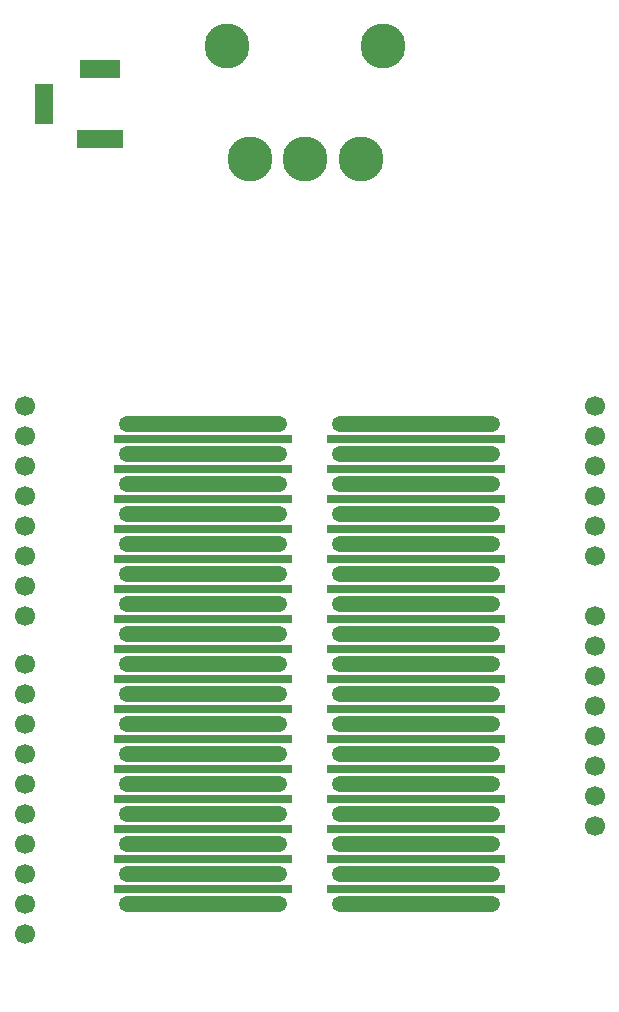
<source format=gbs>
G04*
G04 #@! TF.GenerationSoftware,Altium Limited,Altium Designer,19.0.14 (431)*
G04*
G04 Layer_Color=16711935*
%FSLAX44Y44*%
%MOMM*%
G71*
G01*
G75*
%ADD28C,3.8000*%
%ADD29R,3.9000X1.5000*%
%ADD30R,3.4000X1.5000*%
%ADD31R,1.5000X3.4000*%
%ADD32C,1.7000*%
G04:AMPARAMS|DCode=33|XSize=14.2mm|YSize=1.4mm|CornerRadius=0.7mm|HoleSize=0mm|Usage=FLASHONLY|Rotation=0.000|XOffset=0mm|YOffset=0mm|HoleType=Round|Shape=RoundedRectangle|*
%AMROUNDEDRECTD33*
21,1,14.2000,0.0000,0,0,0.0*
21,1,12.8000,1.4000,0,0,0.0*
1,1,1.4000,6.4000,0.0000*
1,1,1.4000,-6.4000,0.0000*
1,1,1.4000,-6.4000,0.0000*
1,1,1.4000,6.4000,0.0000*
%
%ADD33ROUNDEDRECTD33*%
%ADD54R,15.1000X0.8000*%
D28*
X939750Y1098500D02*
D03*
X1033750D02*
D03*
X920750Y1193800D02*
D03*
X1052750D02*
D03*
X986750Y1098500D02*
D03*
D29*
X812800Y1114750D02*
D03*
D30*
Y1174750D02*
D03*
D31*
X765800Y1144750D02*
D03*
D32*
X1231900Y762000D02*
D03*
Y787400D02*
D03*
Y812800D02*
D03*
Y838200D02*
D03*
Y863600D02*
D03*
Y889000D02*
D03*
X749300D02*
D03*
Y863600D02*
D03*
Y838200D02*
D03*
Y812800D02*
D03*
Y787400D02*
D03*
Y762000D02*
D03*
Y736600D02*
D03*
Y711200D02*
D03*
Y619760D02*
D03*
Y441960D02*
D03*
Y467360D02*
D03*
Y492760D02*
D03*
Y518160D02*
D03*
Y543560D02*
D03*
Y568960D02*
D03*
Y594360D02*
D03*
Y645160D02*
D03*
Y670560D02*
D03*
X1231900Y533400D02*
D03*
Y558800D02*
D03*
Y584200D02*
D03*
Y609600D02*
D03*
Y635000D02*
D03*
Y660400D02*
D03*
Y685800D02*
D03*
Y711200D02*
D03*
D33*
X1080770Y645160D02*
D03*
Y619760D02*
D03*
Y594360D02*
D03*
Y568960D02*
D03*
Y543560D02*
D03*
Y518160D02*
D03*
Y492760D02*
D03*
Y467360D02*
D03*
X900430D02*
D03*
Y492760D02*
D03*
Y518160D02*
D03*
Y543560D02*
D03*
Y568960D02*
D03*
Y594360D02*
D03*
Y619760D02*
D03*
Y645160D02*
D03*
Y848360D02*
D03*
Y873760D02*
D03*
Y822960D02*
D03*
Y797560D02*
D03*
Y772160D02*
D03*
Y746760D02*
D03*
Y721360D02*
D03*
Y695960D02*
D03*
Y670560D02*
D03*
X1080770D02*
D03*
Y695960D02*
D03*
Y721360D02*
D03*
Y746760D02*
D03*
Y772160D02*
D03*
Y797560D02*
D03*
Y822960D02*
D03*
Y873760D02*
D03*
Y848360D02*
D03*
D54*
Y657860D02*
D03*
Y632460D02*
D03*
Y607060D02*
D03*
Y581660D02*
D03*
Y556260D02*
D03*
Y530860D02*
D03*
Y505460D02*
D03*
Y480060D02*
D03*
X900430D02*
D03*
Y505460D02*
D03*
Y530860D02*
D03*
Y556260D02*
D03*
Y581660D02*
D03*
Y607060D02*
D03*
Y632460D02*
D03*
Y657860D02*
D03*
Y861060D02*
D03*
Y835660D02*
D03*
Y810260D02*
D03*
Y784860D02*
D03*
Y759460D02*
D03*
Y734060D02*
D03*
Y708660D02*
D03*
Y683260D02*
D03*
X1080770D02*
D03*
Y708660D02*
D03*
Y734060D02*
D03*
Y759460D02*
D03*
Y784860D02*
D03*
Y810260D02*
D03*
Y835660D02*
D03*
Y861060D02*
D03*
M02*

</source>
